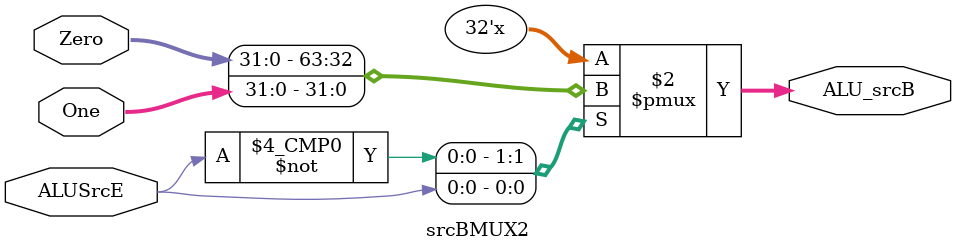
<source format=sv>
`timescale 1ns / 1ps


module srcBMUX2(
    input ALUSrcE,
    input [31:0] Zero,
    input [31:0] One,
    output logic [31:0] ALU_srcB
    );
    
    always_comb begin
        case (ALUSrcE)
            1'b0:
                ALU_srcB = Zero;
            1'b1:
                ALU_srcB = One;
            default:
                ALU_srcB = 32'h0badbad0;
        endcase
   end
endmodule
</source>
